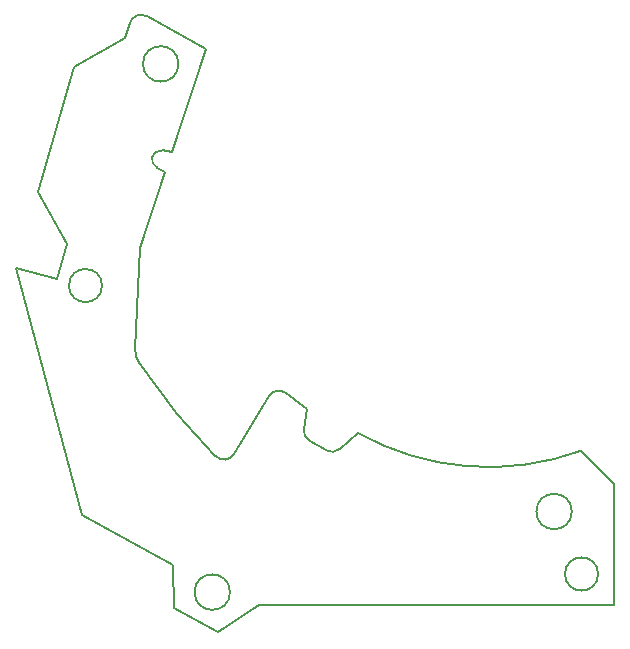
<source format=gbr>
%TF.GenerationSoftware,KiCad,Pcbnew,(7.0.0)*%
%TF.CreationDate,2023-05-27T11:40:30+01:00*%
%TF.ProjectId,right,72696768-742e-46b6-9963-61645f706362,rev?*%
%TF.SameCoordinates,Original*%
%TF.FileFunction,Profile,NP*%
%FSLAX46Y46*%
G04 Gerber Fmt 4.6, Leading zero omitted, Abs format (unit mm)*
G04 Created by KiCad (PCBNEW (7.0.0)) date 2023-05-27 11:40:30*
%MOMM*%
%LPD*%
G01*
G04 APERTURE LIST*
%TA.AperFunction,Profile*%
%ADD10C,0.200000*%
%TD*%
G04 APERTURE END LIST*
D10*
X38926004Y-84163682D02*
X42214433Y-87704859D01*
X41425572Y-53261303D02*
X36405822Y-50478811D01*
X42415401Y-102646392D02*
X45931182Y-100302904D01*
X51583438Y-87238693D02*
X50196266Y-86453745D01*
X54275045Y-85767032D02*
G75*
G03*
X73187299Y-87267192I11093955J19897732D01*
G01*
X48173423Y-82380896D02*
G75*
G03*
X46716395Y-82668686I-598723J-801004D01*
G01*
X30202663Y-54796966D02*
X34595516Y-52354384D01*
X36405822Y-50478811D02*
G75*
G03*
X34959388Y-51079062I-484822J-874589D01*
G01*
X51583425Y-87238716D02*
G75*
G03*
X52736047Y-87119525I492475J870316D01*
G01*
X28774912Y-72754815D02*
X25346138Y-71818428D01*
X35415599Y-78650721D02*
G75*
G03*
X35803758Y-79929090I1997901J-91479D01*
G01*
X37694462Y-61844304D02*
G75*
G03*
X37300000Y-63300000I-94462J-755696D01*
G01*
X38926004Y-84163682D02*
X35803758Y-79929090D01*
X38631330Y-96970863D02*
X38674271Y-100572650D01*
X27184609Y-65374837D02*
X30202663Y-54796966D01*
X29627192Y-69767691D02*
X28774912Y-72754815D01*
X29627192Y-69767691D02*
X27184609Y-65374837D01*
X39081161Y-54518114D02*
G75*
G03*
X39081161Y-54518114I-1500001J0D01*
G01*
X35807300Y-70095399D02*
X37936002Y-63711349D01*
X38674271Y-100572650D02*
X42415401Y-102646392D01*
X74610250Y-97706399D02*
G75*
G03*
X74610250Y-97706399I-1400000J0D01*
G01*
X72383832Y-92415106D02*
G75*
G03*
X72383832Y-92415106I-1499999J0D01*
G01*
X38527827Y-61941911D02*
X37694462Y-61844304D01*
X38527827Y-61941911D02*
X41425572Y-53261303D01*
X30934097Y-92704216D02*
X38631330Y-96970863D01*
X43805509Y-87537531D02*
X46716395Y-82668686D01*
X49704207Y-85408282D02*
G75*
G03*
X50196266Y-86453745I984593J-175118D01*
G01*
X75967349Y-90056792D02*
X73187299Y-87267192D01*
X35415596Y-78650721D02*
X35807300Y-70095399D01*
X34595516Y-52354384D02*
X34959388Y-51079062D01*
X75956588Y-100334341D02*
X75967349Y-90056792D01*
X54275050Y-85767023D02*
X52736047Y-87119525D01*
X30934097Y-92704216D02*
X25346138Y-71818428D01*
X49704205Y-85408282D02*
X49999870Y-83746211D01*
X37936002Y-63711349D02*
X37300000Y-63300000D01*
X42214424Y-87704867D02*
G75*
G03*
X43805508Y-87537531I732776J680467D01*
G01*
X45931182Y-100302904D02*
X75956588Y-100334341D01*
X32610175Y-73282024D02*
G75*
G03*
X32610175Y-73282024I-1400000J0D01*
G01*
X48173433Y-82380883D02*
X49999870Y-83746211D01*
X43446006Y-99241689D02*
G75*
G03*
X43446006Y-99241689I-1499999J0D01*
G01*
M02*

</source>
